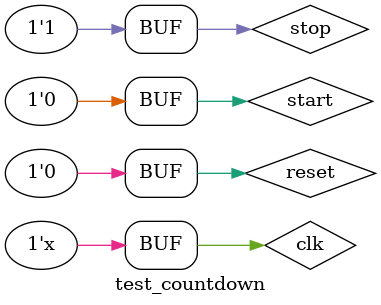
<source format=v>
`timescale 1ns / 1ps

module test_countdown();
	reg start;
	reg stop;
	reg reset; 
	reg clk;
	
	wire [3:0] counter; 
	wire alarm;
	
	countdown uut(
		.start(start),
		.stop(stop),
		.reset(reset),
		.clk(clk),
		.counter(counter),
		.alarm(alarm)
	);
	
	initial begin 
		clk = 0;
		start = 0;
		stop = 0;
		reset = 0;
	end 
	
	always 
		#5 clk = !clk;
		
	initial begin 
		#10 
		start = 1;
		
		//at this point the counter reaches 0000, turn start = 0, stop = 1, reset the counter back to 1111
		#200
		start = 0;
		reset = 1;

		#10
		reset = 0;
		start = 1;
		
		//wait until 6seconds are left, stop counter, reset back to 1111
		#90
		start = 0;
		stop = 1;
		reset = 1;
		
		#10
		reset = 0;
		
		
		/*
		#10
		stop = 0;
		start = 1;
		//wait 9 cycles and reset the counter
		#90
		reset = 1;
		reset = 0;
		start = 0;
		stop = 1;
		*/
	end 
endmodule 
</source>
